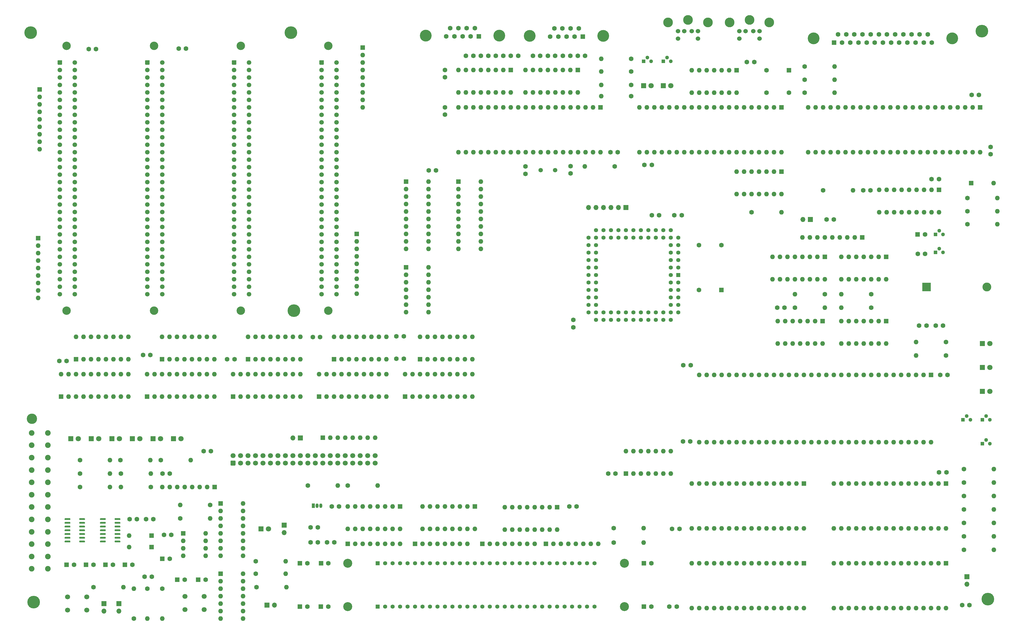
<source format=gts>
G04 #@! TF.GenerationSoftware,KiCad,Pcbnew,(5.1.10)-1*
G04 #@! TF.CreationDate,2021-07-30T10:19:15+01:00*
G04 #@! TF.ProjectId,yddraig68k,79646472-6169-4673-9638-6b2e6b696361,rev?*
G04 #@! TF.SameCoordinates,Original*
G04 #@! TF.FileFunction,Soldermask,Top*
G04 #@! TF.FilePolarity,Negative*
%FSLAX46Y46*%
G04 Gerber Fmt 4.6, Leading zero omitted, Abs format (unit mm)*
G04 Created by KiCad (PCBNEW (5.1.10)-1) date 2021-07-30 10:19:15*
%MOMM*%
%LPD*%
G01*
G04 APERTURE LIST*
%ADD10O,1.600000X1.600000*%
%ADD11R,1.600000X1.600000*%
%ADD12C,3.048000*%
%ADD13C,1.397000*%
%ADD14R,1.397000X1.397000*%
%ADD15C,1.600000*%
%ADD16C,4.300000*%
%ADD17R,3.000000X3.000000*%
%ADD18C,3.000000*%
%ADD19C,1.422400*%
%ADD20R,1.422400X1.422400*%
%ADD21C,2.850000*%
%ADD22C,1.550000*%
%ADD23C,1.500000*%
%ADD24C,1.700000*%
%ADD25R,1.050000X1.500000*%
%ADD26O,1.050000X1.500000*%
%ADD27R,1.300000X1.300000*%
%ADD28C,1.300000*%
%ADD29O,1.700000X1.700000*%
%ADD30R,1.700000X1.700000*%
%ADD31C,4.000000*%
%ADD32C,3.300000*%
%ADD33C,1.524000*%
%ADD34C,3.505200*%
%ADD35C,1.905000*%
%ADD36C,1.800000*%
%ADD37R,1.800000X1.800000*%
G04 APERTURE END LIST*
D10*
X387985000Y-92456000D03*
X329565000Y-77216000D03*
X385445000Y-92456000D03*
X332105000Y-77216000D03*
X382905000Y-92456000D03*
X334645000Y-77216000D03*
X380365000Y-92456000D03*
X337185000Y-77216000D03*
X377825000Y-92456000D03*
X339725000Y-77216000D03*
X375285000Y-92456000D03*
X342265000Y-77216000D03*
X372745000Y-92456000D03*
X344805000Y-77216000D03*
X370205000Y-92456000D03*
X347345000Y-77216000D03*
X367665000Y-92456000D03*
X349885000Y-77216000D03*
X365125000Y-92456000D03*
X352425000Y-77216000D03*
X362585000Y-92456000D03*
X354965000Y-77216000D03*
X360045000Y-92456000D03*
X357505000Y-77216000D03*
X357505000Y-92456000D03*
X360045000Y-77216000D03*
X354965000Y-92456000D03*
X362585000Y-77216000D03*
X352425000Y-92456000D03*
X365125000Y-77216000D03*
X349885000Y-92456000D03*
X367665000Y-77216000D03*
X347345000Y-92456000D03*
X370205000Y-77216000D03*
X344805000Y-92456000D03*
X372745000Y-77216000D03*
X342265000Y-92456000D03*
X375285000Y-77216000D03*
X339725000Y-92456000D03*
X377825000Y-77216000D03*
X337185000Y-92456000D03*
X380365000Y-77216000D03*
X334645000Y-92456000D03*
X382905000Y-77216000D03*
X332105000Y-92456000D03*
X385445000Y-77216000D03*
X329565000Y-92456000D03*
D11*
X387985000Y-77216000D03*
D12*
X173228000Y-232156000D03*
X267208000Y-232156000D03*
D13*
X257048000Y-232156000D03*
X254508000Y-232156000D03*
X251968000Y-232156000D03*
X249428000Y-232156000D03*
X246888000Y-232156000D03*
X244348000Y-232156000D03*
X241808000Y-232156000D03*
X239268000Y-232156000D03*
X236728000Y-232156000D03*
X234188000Y-232156000D03*
X231648000Y-232156000D03*
X229108000Y-232156000D03*
X226568000Y-232156000D03*
X224028000Y-232156000D03*
X221488000Y-232156000D03*
X218948000Y-232156000D03*
X216408000Y-232156000D03*
X213868000Y-232156000D03*
X211328000Y-232156000D03*
X208788000Y-232156000D03*
X206248000Y-232156000D03*
X203708000Y-232156000D03*
X201168000Y-232156000D03*
X198628000Y-232156000D03*
X196088000Y-232156000D03*
X193548000Y-232156000D03*
X191008000Y-232156000D03*
X188468000Y-232156000D03*
X185928000Y-232156000D03*
D14*
X183388000Y-232156000D03*
D15*
X375434000Y-151384000D03*
X372934000Y-151384000D03*
X369784000Y-151384000D03*
X367284000Y-151384000D03*
D10*
X183388000Y-205740000D03*
D15*
X173228000Y-205740000D03*
D10*
X191008000Y-225552000D03*
X188468000Y-225552000D03*
X185928000Y-225552000D03*
X183388000Y-225552000D03*
X180848000Y-225552000D03*
X178308000Y-225552000D03*
X175768000Y-225552000D03*
D11*
X173228000Y-225552000D03*
D10*
X258318000Y-225552000D03*
X255778000Y-225552000D03*
X253238000Y-225552000D03*
X250698000Y-225552000D03*
X248158000Y-225552000D03*
X245618000Y-225552000D03*
X243078000Y-225552000D03*
D11*
X240538000Y-225552000D03*
D10*
X213868000Y-225552000D03*
X211328000Y-225552000D03*
X208788000Y-225552000D03*
X206248000Y-225552000D03*
X203708000Y-225552000D03*
X201168000Y-225552000D03*
X198628000Y-225552000D03*
D11*
X196088000Y-225552000D03*
D10*
X236728000Y-225552000D03*
X234188000Y-225552000D03*
X231648000Y-225552000D03*
X229108000Y-225552000D03*
X226568000Y-225552000D03*
X224028000Y-225552000D03*
X221488000Y-225552000D03*
D11*
X218948000Y-225552000D03*
D10*
X110236000Y-206248000D03*
X112776000Y-206248000D03*
X115316000Y-206248000D03*
X117856000Y-206248000D03*
X120396000Y-206248000D03*
X122936000Y-206248000D03*
X125476000Y-206248000D03*
D11*
X128016000Y-206248000D03*
D10*
X182499000Y-189484000D03*
X179959000Y-189484000D03*
X177419000Y-189484000D03*
X174879000Y-189484000D03*
X172339000Y-189484000D03*
X169799000Y-189484000D03*
X167259000Y-189484000D03*
D11*
X164719000Y-189484000D03*
D15*
X246293000Y-59690000D03*
X248793000Y-59690000D03*
D16*
X153924000Y-51816000D03*
X154940000Y-146304000D03*
X388620000Y-51308000D03*
X390652000Y-244348000D03*
X66548000Y-245364000D03*
X65532000Y-51816000D03*
D10*
X356108000Y-157480000D03*
X340868000Y-149860000D03*
X353568000Y-157480000D03*
X343408000Y-149860000D03*
X351028000Y-157480000D03*
X345948000Y-149860000D03*
X348488000Y-157480000D03*
X348488000Y-149860000D03*
X345948000Y-157480000D03*
X351028000Y-149860000D03*
X343408000Y-157480000D03*
X353568000Y-149860000D03*
X340868000Y-157480000D03*
D11*
X356108000Y-149860000D03*
D10*
X334518000Y-157480000D03*
X319278000Y-149860000D03*
X331978000Y-157480000D03*
X321818000Y-149860000D03*
X329438000Y-157480000D03*
X324358000Y-149860000D03*
X326898000Y-157480000D03*
X326898000Y-149860000D03*
X324358000Y-157480000D03*
X329438000Y-149860000D03*
X321818000Y-157480000D03*
X331978000Y-149860000D03*
X319278000Y-157480000D03*
D11*
X334518000Y-149860000D03*
D10*
X320548000Y-106680000D03*
X305308000Y-99060000D03*
X318008000Y-106680000D03*
X307848000Y-99060000D03*
X315468000Y-106680000D03*
X310388000Y-99060000D03*
X312928000Y-106680000D03*
X312928000Y-99060000D03*
X310388000Y-106680000D03*
X315468000Y-99060000D03*
X307848000Y-106680000D03*
X318008000Y-99060000D03*
X305308000Y-106680000D03*
D11*
X320548000Y-99060000D03*
D10*
X169799000Y-205740000D03*
D15*
X159639000Y-205740000D03*
D17*
X369781000Y-138303000D03*
D18*
X390271000Y-138303000D03*
D10*
X273685000Y-225171000D03*
D15*
X263525000Y-225171000D03*
D19*
X280416000Y-149479000D03*
X277876000Y-149479000D03*
X275336000Y-149479000D03*
X272796000Y-149479000D03*
X270256000Y-149479000D03*
X267716000Y-149479000D03*
X265176000Y-149479000D03*
X262636000Y-149479000D03*
X260096000Y-149479000D03*
X257556000Y-149479000D03*
X280416000Y-146939000D03*
X277876000Y-146939000D03*
X275336000Y-146939000D03*
X272796000Y-146939000D03*
X270256000Y-146939000D03*
X267716000Y-146939000D03*
X265176000Y-146939000D03*
X262636000Y-146939000D03*
X260096000Y-146939000D03*
X257556000Y-146939000D03*
X255016000Y-146939000D03*
X255016000Y-144399000D03*
X255016000Y-141859000D03*
X255016000Y-139319000D03*
X255016000Y-136779000D03*
X255016000Y-134239000D03*
X255016000Y-131699000D03*
X255016000Y-129159000D03*
X255016000Y-126619000D03*
X255016000Y-124079000D03*
X255016000Y-121539000D03*
X257556000Y-144399000D03*
X257556000Y-141859000D03*
X257556000Y-139319000D03*
X257556000Y-136779000D03*
X257556000Y-134239000D03*
X257556000Y-131699000D03*
X257556000Y-129159000D03*
X257556000Y-126619000D03*
X257556000Y-124079000D03*
X257556000Y-121539000D03*
X257556000Y-118999000D03*
X260096000Y-118999000D03*
X262636000Y-118999000D03*
X265176000Y-118999000D03*
X267716000Y-118999000D03*
X270256000Y-118999000D03*
X272796000Y-118999000D03*
X275336000Y-118999000D03*
X277876000Y-118999000D03*
X280416000Y-118999000D03*
X282956000Y-118999000D03*
X260096000Y-121539000D03*
X262636000Y-121539000D03*
X265176000Y-121539000D03*
X267716000Y-121539000D03*
X270256000Y-121539000D03*
X272796000Y-121539000D03*
X275336000Y-121539000D03*
X277876000Y-121539000D03*
X280416000Y-121539000D03*
X282956000Y-121539000D03*
X285496000Y-146939000D03*
X285496000Y-144399000D03*
X285496000Y-141859000D03*
X285496000Y-139319000D03*
X285496000Y-136779000D03*
X285496000Y-121539000D03*
X285496000Y-124079000D03*
X285496000Y-126619000D03*
X285496000Y-129159000D03*
X285496000Y-131699000D03*
D20*
X285496000Y-134239000D03*
D19*
X282956000Y-149479000D03*
X282956000Y-146939000D03*
X282956000Y-144399000D03*
X282956000Y-141859000D03*
X282956000Y-139319000D03*
X282956000Y-136779000D03*
X282956000Y-124079000D03*
X282956000Y-126619000D03*
X282956000Y-129159000D03*
X282956000Y-131699000D03*
X282956000Y-134239000D03*
D10*
X320548000Y-92456000D03*
X272288000Y-77216000D03*
X318008000Y-92456000D03*
X274828000Y-77216000D03*
X315468000Y-92456000D03*
X277368000Y-77216000D03*
X312928000Y-92456000D03*
X279908000Y-77216000D03*
X310388000Y-92456000D03*
X282448000Y-77216000D03*
X307848000Y-92456000D03*
X284988000Y-77216000D03*
X305308000Y-92456000D03*
X287528000Y-77216000D03*
X302768000Y-92456000D03*
X290068000Y-77216000D03*
X300228000Y-92456000D03*
X292608000Y-77216000D03*
X297688000Y-92456000D03*
X295148000Y-77216000D03*
X295148000Y-92456000D03*
X297688000Y-77216000D03*
X292608000Y-92456000D03*
X300228000Y-77216000D03*
X290068000Y-92456000D03*
X302768000Y-77216000D03*
X287528000Y-92456000D03*
X305308000Y-77216000D03*
X284988000Y-92456000D03*
X307848000Y-77216000D03*
X282448000Y-92456000D03*
X310388000Y-77216000D03*
X279908000Y-92456000D03*
X312928000Y-77216000D03*
X277368000Y-92456000D03*
X315468000Y-77216000D03*
X274828000Y-92456000D03*
X318008000Y-77216000D03*
X272288000Y-92456000D03*
D11*
X320548000Y-77216000D03*
D21*
X166578000Y-146346000D03*
X166578000Y-56346000D03*
D22*
X169418000Y-140716000D03*
X169418000Y-138176000D03*
X169418000Y-135636000D03*
X169418000Y-133096000D03*
X169418000Y-130556000D03*
X169418000Y-128016000D03*
X169418000Y-125476000D03*
X169418000Y-122936000D03*
X169418000Y-120396000D03*
X169418000Y-117856000D03*
X169418000Y-115316000D03*
X169418000Y-112776000D03*
X169418000Y-110236000D03*
X169418000Y-107696000D03*
X169418000Y-105156000D03*
X169418000Y-102616000D03*
X169418000Y-100076000D03*
X169418000Y-97536000D03*
X169418000Y-94996000D03*
X169418000Y-92456000D03*
X169418000Y-89916000D03*
X169418000Y-87376000D03*
X169418000Y-84836000D03*
X169418000Y-82296000D03*
X169418000Y-79756000D03*
X169418000Y-77216000D03*
X169418000Y-74676000D03*
X169418000Y-72136000D03*
X169418000Y-69596000D03*
X169418000Y-67056000D03*
X169418000Y-64516000D03*
X169418000Y-61976000D03*
X164338000Y-140716000D03*
X164338000Y-138176000D03*
X164338000Y-135636000D03*
X164338000Y-133096000D03*
X164338000Y-130556000D03*
X164338000Y-128016000D03*
X164338000Y-125476000D03*
X164338000Y-122936000D03*
X164338000Y-120396000D03*
X164338000Y-117856000D03*
X164338000Y-115316000D03*
X164338000Y-112776000D03*
X164338000Y-110236000D03*
X164338000Y-107696000D03*
X164338000Y-105156000D03*
X164338000Y-102616000D03*
X164338000Y-100076000D03*
X164338000Y-97536000D03*
X164338000Y-94996000D03*
X164338000Y-92456000D03*
X164338000Y-89916000D03*
X164338000Y-87376000D03*
X164338000Y-84836000D03*
X164338000Y-82296000D03*
X164338000Y-79756000D03*
X164338000Y-77216000D03*
X164338000Y-74676000D03*
X164338000Y-72136000D03*
X164338000Y-69596000D03*
X164338000Y-67056000D03*
X164338000Y-64516000D03*
G36*
G01*
X163563000Y-62501002D02*
X163563000Y-61450998D01*
G75*
G02*
X163812998Y-61201000I249998J0D01*
G01*
X164863002Y-61201000D01*
G75*
G02*
X165113000Y-61450998I0J-249998D01*
G01*
X165113000Y-62501002D01*
G75*
G02*
X164863002Y-62751000I-249998J0D01*
G01*
X163812998Y-62751000D01*
G75*
G02*
X163563000Y-62501002I0J249998D01*
G01*
G37*
D10*
X328168000Y-247396000D03*
X290068000Y-232156000D03*
X325628000Y-247396000D03*
X292608000Y-232156000D03*
X323088000Y-247396000D03*
X295148000Y-232156000D03*
X320548000Y-247396000D03*
X297688000Y-232156000D03*
X318008000Y-247396000D03*
X300228000Y-232156000D03*
X315468000Y-247396000D03*
X302768000Y-232156000D03*
X312928000Y-247396000D03*
X305308000Y-232156000D03*
X310388000Y-247396000D03*
X307848000Y-232156000D03*
X307848000Y-247396000D03*
X310388000Y-232156000D03*
X305308000Y-247396000D03*
X312928000Y-232156000D03*
X302768000Y-247396000D03*
X315468000Y-232156000D03*
X300228000Y-247396000D03*
X318008000Y-232156000D03*
X297688000Y-247396000D03*
X320548000Y-232156000D03*
X295148000Y-247396000D03*
X323088000Y-232156000D03*
X292608000Y-247396000D03*
X325628000Y-232156000D03*
X290068000Y-247396000D03*
D11*
X328168000Y-232156000D03*
G36*
G01*
X133845000Y-62501002D02*
X133845000Y-61450998D01*
G75*
G02*
X134094998Y-61201000I249998J0D01*
G01*
X135145002Y-61201000D01*
G75*
G02*
X135395000Y-61450998I0J-249998D01*
G01*
X135395000Y-62501002D01*
G75*
G02*
X135145002Y-62751000I-249998J0D01*
G01*
X134094998Y-62751000D01*
G75*
G02*
X133845000Y-62501002I0J249998D01*
G01*
G37*
D22*
X134620000Y-64516000D03*
X134620000Y-67056000D03*
X134620000Y-69596000D03*
X134620000Y-72136000D03*
X134620000Y-74676000D03*
X134620000Y-77216000D03*
X134620000Y-79756000D03*
X134620000Y-82296000D03*
X134620000Y-84836000D03*
X134620000Y-87376000D03*
X134620000Y-89916000D03*
X134620000Y-92456000D03*
X134620000Y-94996000D03*
X134620000Y-97536000D03*
X134620000Y-100076000D03*
X134620000Y-102616000D03*
X134620000Y-105156000D03*
X134620000Y-107696000D03*
X134620000Y-110236000D03*
X134620000Y-112776000D03*
X134620000Y-115316000D03*
X134620000Y-117856000D03*
X134620000Y-120396000D03*
X134620000Y-122936000D03*
X134620000Y-125476000D03*
X134620000Y-128016000D03*
X134620000Y-130556000D03*
X134620000Y-133096000D03*
X134620000Y-135636000D03*
X134620000Y-138176000D03*
X134620000Y-140716000D03*
X139700000Y-61976000D03*
X139700000Y-64516000D03*
X139700000Y-67056000D03*
X139700000Y-69596000D03*
X139700000Y-72136000D03*
X139700000Y-74676000D03*
X139700000Y-77216000D03*
X139700000Y-79756000D03*
X139700000Y-82296000D03*
X139700000Y-84836000D03*
X139700000Y-87376000D03*
X139700000Y-89916000D03*
X139700000Y-92456000D03*
X139700000Y-94996000D03*
X139700000Y-97536000D03*
X139700000Y-100076000D03*
X139700000Y-102616000D03*
X139700000Y-105156000D03*
X139700000Y-107696000D03*
X139700000Y-110236000D03*
X139700000Y-112776000D03*
X139700000Y-115316000D03*
X139700000Y-117856000D03*
X139700000Y-120396000D03*
X139700000Y-122936000D03*
X139700000Y-125476000D03*
X139700000Y-128016000D03*
X139700000Y-130556000D03*
X139700000Y-133096000D03*
X139700000Y-135636000D03*
X139700000Y-138176000D03*
X139700000Y-140716000D03*
D21*
X136860000Y-56346000D03*
X136860000Y-146346000D03*
X107396000Y-146346000D03*
X107396000Y-56346000D03*
D22*
X110236000Y-140716000D03*
X110236000Y-138176000D03*
X110236000Y-135636000D03*
X110236000Y-133096000D03*
X110236000Y-130556000D03*
X110236000Y-128016000D03*
X110236000Y-125476000D03*
X110236000Y-122936000D03*
X110236000Y-120396000D03*
X110236000Y-117856000D03*
X110236000Y-115316000D03*
X110236000Y-112776000D03*
X110236000Y-110236000D03*
X110236000Y-107696000D03*
X110236000Y-105156000D03*
X110236000Y-102616000D03*
X110236000Y-100076000D03*
X110236000Y-97536000D03*
X110236000Y-94996000D03*
X110236000Y-92456000D03*
X110236000Y-89916000D03*
X110236000Y-87376000D03*
X110236000Y-84836000D03*
X110236000Y-82296000D03*
X110236000Y-79756000D03*
X110236000Y-77216000D03*
X110236000Y-74676000D03*
X110236000Y-72136000D03*
X110236000Y-69596000D03*
X110236000Y-67056000D03*
X110236000Y-64516000D03*
X110236000Y-61976000D03*
X105156000Y-140716000D03*
X105156000Y-138176000D03*
X105156000Y-135636000D03*
X105156000Y-133096000D03*
X105156000Y-130556000D03*
X105156000Y-128016000D03*
X105156000Y-125476000D03*
X105156000Y-122936000D03*
X105156000Y-120396000D03*
X105156000Y-117856000D03*
X105156000Y-115316000D03*
X105156000Y-112776000D03*
X105156000Y-110236000D03*
X105156000Y-107696000D03*
X105156000Y-105156000D03*
X105156000Y-102616000D03*
X105156000Y-100076000D03*
X105156000Y-97536000D03*
X105156000Y-94996000D03*
X105156000Y-92456000D03*
X105156000Y-89916000D03*
X105156000Y-87376000D03*
X105156000Y-84836000D03*
X105156000Y-82296000D03*
X105156000Y-79756000D03*
X105156000Y-77216000D03*
X105156000Y-74676000D03*
X105156000Y-72136000D03*
X105156000Y-69596000D03*
X105156000Y-67056000D03*
X105156000Y-64516000D03*
G36*
G01*
X104381000Y-62501002D02*
X104381000Y-61450998D01*
G75*
G02*
X104630998Y-61201000I249998J0D01*
G01*
X105681002Y-61201000D01*
G75*
G02*
X105931000Y-61450998I0J-249998D01*
G01*
X105931000Y-62501002D01*
G75*
G02*
X105681002Y-62751000I-249998J0D01*
G01*
X104630998Y-62751000D01*
G75*
G02*
X104381000Y-62501002I0J249998D01*
G01*
G37*
D10*
X376428000Y-220345000D03*
X338328000Y-205105000D03*
X373888000Y-220345000D03*
X340868000Y-205105000D03*
X371348000Y-220345000D03*
X343408000Y-205105000D03*
X368808000Y-220345000D03*
X345948000Y-205105000D03*
X366268000Y-220345000D03*
X348488000Y-205105000D03*
X363728000Y-220345000D03*
X351028000Y-205105000D03*
X361188000Y-220345000D03*
X353568000Y-205105000D03*
X358648000Y-220345000D03*
X356108000Y-205105000D03*
X356108000Y-220345000D03*
X358648000Y-205105000D03*
X353568000Y-220345000D03*
X361188000Y-205105000D03*
X351028000Y-220345000D03*
X363728000Y-205105000D03*
X348488000Y-220345000D03*
X366268000Y-205105000D03*
X345948000Y-220345000D03*
X368808000Y-205105000D03*
X343408000Y-220345000D03*
X371348000Y-205105000D03*
X340868000Y-220345000D03*
X373888000Y-205105000D03*
X338328000Y-220345000D03*
D11*
X376428000Y-205105000D03*
D10*
X200660000Y-131572000D03*
X193040000Y-146812000D03*
X200660000Y-134112000D03*
X193040000Y-144272000D03*
X200660000Y-136652000D03*
X193040000Y-141732000D03*
X200660000Y-139192000D03*
X193040000Y-139192000D03*
X200660000Y-141732000D03*
X193040000Y-136652000D03*
X200660000Y-144272000D03*
X193040000Y-134112000D03*
X200660000Y-146812000D03*
D11*
X193040000Y-131572000D03*
G36*
G01*
X94018000Y-217320000D02*
X94018000Y-217020000D01*
G75*
G02*
X94168000Y-216870000I150000J0D01*
G01*
X95818000Y-216870000D01*
G75*
G02*
X95968000Y-217020000I0J-150000D01*
G01*
X95968000Y-217320000D01*
G75*
G02*
X95818000Y-217470000I-150000J0D01*
G01*
X94168000Y-217470000D01*
G75*
G02*
X94018000Y-217320000I0J150000D01*
G01*
G37*
G36*
G01*
X94018000Y-218590000D02*
X94018000Y-218290000D01*
G75*
G02*
X94168000Y-218140000I150000J0D01*
G01*
X95818000Y-218140000D01*
G75*
G02*
X95968000Y-218290000I0J-150000D01*
G01*
X95968000Y-218590000D01*
G75*
G02*
X95818000Y-218740000I-150000J0D01*
G01*
X94168000Y-218740000D01*
G75*
G02*
X94018000Y-218590000I0J150000D01*
G01*
G37*
G36*
G01*
X94018000Y-219860000D02*
X94018000Y-219560000D01*
G75*
G02*
X94168000Y-219410000I150000J0D01*
G01*
X95818000Y-219410000D01*
G75*
G02*
X95968000Y-219560000I0J-150000D01*
G01*
X95968000Y-219860000D01*
G75*
G02*
X95818000Y-220010000I-150000J0D01*
G01*
X94168000Y-220010000D01*
G75*
G02*
X94018000Y-219860000I0J150000D01*
G01*
G37*
G36*
G01*
X94018000Y-221130000D02*
X94018000Y-220830000D01*
G75*
G02*
X94168000Y-220680000I150000J0D01*
G01*
X95818000Y-220680000D01*
G75*
G02*
X95968000Y-220830000I0J-150000D01*
G01*
X95968000Y-221130000D01*
G75*
G02*
X95818000Y-221280000I-150000J0D01*
G01*
X94168000Y-221280000D01*
G75*
G02*
X94018000Y-221130000I0J150000D01*
G01*
G37*
G36*
G01*
X94018000Y-222400000D02*
X94018000Y-222100000D01*
G75*
G02*
X94168000Y-221950000I150000J0D01*
G01*
X95818000Y-221950000D01*
G75*
G02*
X95968000Y-222100000I0J-150000D01*
G01*
X95968000Y-222400000D01*
G75*
G02*
X95818000Y-222550000I-150000J0D01*
G01*
X94168000Y-222550000D01*
G75*
G02*
X94018000Y-222400000I0J150000D01*
G01*
G37*
G36*
G01*
X94018000Y-223670000D02*
X94018000Y-223370000D01*
G75*
G02*
X94168000Y-223220000I150000J0D01*
G01*
X95818000Y-223220000D01*
G75*
G02*
X95968000Y-223370000I0J-150000D01*
G01*
X95968000Y-223670000D01*
G75*
G02*
X95818000Y-223820000I-150000J0D01*
G01*
X94168000Y-223820000D01*
G75*
G02*
X94018000Y-223670000I0J150000D01*
G01*
G37*
G36*
G01*
X94018000Y-224940000D02*
X94018000Y-224640000D01*
G75*
G02*
X94168000Y-224490000I150000J0D01*
G01*
X95818000Y-224490000D01*
G75*
G02*
X95968000Y-224640000I0J-150000D01*
G01*
X95968000Y-224940000D01*
G75*
G02*
X95818000Y-225090000I-150000J0D01*
G01*
X94168000Y-225090000D01*
G75*
G02*
X94018000Y-224940000I0J150000D01*
G01*
G37*
G36*
G01*
X89068000Y-224940000D02*
X89068000Y-224640000D01*
G75*
G02*
X89218000Y-224490000I150000J0D01*
G01*
X90868000Y-224490000D01*
G75*
G02*
X91018000Y-224640000I0J-150000D01*
G01*
X91018000Y-224940000D01*
G75*
G02*
X90868000Y-225090000I-150000J0D01*
G01*
X89218000Y-225090000D01*
G75*
G02*
X89068000Y-224940000I0J150000D01*
G01*
G37*
G36*
G01*
X89068000Y-223670000D02*
X89068000Y-223370000D01*
G75*
G02*
X89218000Y-223220000I150000J0D01*
G01*
X90868000Y-223220000D01*
G75*
G02*
X91018000Y-223370000I0J-150000D01*
G01*
X91018000Y-223670000D01*
G75*
G02*
X90868000Y-223820000I-150000J0D01*
G01*
X89218000Y-223820000D01*
G75*
G02*
X89068000Y-223670000I0J150000D01*
G01*
G37*
G36*
G01*
X89068000Y-222400000D02*
X89068000Y-222100000D01*
G75*
G02*
X89218000Y-221950000I150000J0D01*
G01*
X90868000Y-221950000D01*
G75*
G02*
X91018000Y-222100000I0J-150000D01*
G01*
X91018000Y-222400000D01*
G75*
G02*
X90868000Y-222550000I-150000J0D01*
G01*
X89218000Y-222550000D01*
G75*
G02*
X89068000Y-222400000I0J150000D01*
G01*
G37*
G36*
G01*
X89068000Y-221130000D02*
X89068000Y-220830000D01*
G75*
G02*
X89218000Y-220680000I150000J0D01*
G01*
X90868000Y-220680000D01*
G75*
G02*
X91018000Y-220830000I0J-150000D01*
G01*
X91018000Y-221130000D01*
G75*
G02*
X90868000Y-221280000I-150000J0D01*
G01*
X89218000Y-221280000D01*
G75*
G02*
X89068000Y-221130000I0J150000D01*
G01*
G37*
G36*
G01*
X89068000Y-219860000D02*
X89068000Y-219560000D01*
G75*
G02*
X89218000Y-219410000I150000J0D01*
G01*
X90868000Y-219410000D01*
G75*
G02*
X91018000Y-219560000I0J-150000D01*
G01*
X91018000Y-219860000D01*
G75*
G02*
X90868000Y-220010000I-150000J0D01*
G01*
X89218000Y-220010000D01*
G75*
G02*
X89068000Y-219860000I0J150000D01*
G01*
G37*
G36*
G01*
X89068000Y-218590000D02*
X89068000Y-218290000D01*
G75*
G02*
X89218000Y-218140000I150000J0D01*
G01*
X90868000Y-218140000D01*
G75*
G02*
X91018000Y-218290000I0J-150000D01*
G01*
X91018000Y-218590000D01*
G75*
G02*
X90868000Y-218740000I-150000J0D01*
G01*
X89218000Y-218740000D01*
G75*
G02*
X89068000Y-218590000I0J150000D01*
G01*
G37*
G36*
G01*
X89068000Y-217320000D02*
X89068000Y-217020000D01*
G75*
G02*
X89218000Y-216870000I150000J0D01*
G01*
X90868000Y-216870000D01*
G75*
G02*
X91018000Y-217020000I0J-150000D01*
G01*
X91018000Y-217320000D01*
G75*
G02*
X90868000Y-217470000I-150000J0D01*
G01*
X89218000Y-217470000D01*
G75*
G02*
X89068000Y-217320000I0J150000D01*
G01*
G37*
G36*
G01*
X82018000Y-217320000D02*
X82018000Y-217020000D01*
G75*
G02*
X82168000Y-216870000I150000J0D01*
G01*
X83818000Y-216870000D01*
G75*
G02*
X83968000Y-217020000I0J-150000D01*
G01*
X83968000Y-217320000D01*
G75*
G02*
X83818000Y-217470000I-150000J0D01*
G01*
X82168000Y-217470000D01*
G75*
G02*
X82018000Y-217320000I0J150000D01*
G01*
G37*
G36*
G01*
X82018000Y-218590000D02*
X82018000Y-218290000D01*
G75*
G02*
X82168000Y-218140000I150000J0D01*
G01*
X83818000Y-218140000D01*
G75*
G02*
X83968000Y-218290000I0J-150000D01*
G01*
X83968000Y-218590000D01*
G75*
G02*
X83818000Y-218740000I-150000J0D01*
G01*
X82168000Y-218740000D01*
G75*
G02*
X82018000Y-218590000I0J150000D01*
G01*
G37*
G36*
G01*
X82018000Y-219860000D02*
X82018000Y-219560000D01*
G75*
G02*
X82168000Y-219410000I150000J0D01*
G01*
X83818000Y-219410000D01*
G75*
G02*
X83968000Y-219560000I0J-150000D01*
G01*
X83968000Y-219860000D01*
G75*
G02*
X83818000Y-220010000I-150000J0D01*
G01*
X82168000Y-220010000D01*
G75*
G02*
X82018000Y-219860000I0J150000D01*
G01*
G37*
G36*
G01*
X82018000Y-221130000D02*
X82018000Y-220830000D01*
G75*
G02*
X82168000Y-220680000I150000J0D01*
G01*
X83818000Y-220680000D01*
G75*
G02*
X83968000Y-220830000I0J-150000D01*
G01*
X83968000Y-221130000D01*
G75*
G02*
X83818000Y-221280000I-150000J0D01*
G01*
X82168000Y-221280000D01*
G75*
G02*
X82018000Y-221130000I0J150000D01*
G01*
G37*
G36*
G01*
X82018000Y-222400000D02*
X82018000Y-222100000D01*
G75*
G02*
X82168000Y-221950000I150000J0D01*
G01*
X83818000Y-221950000D01*
G75*
G02*
X83968000Y-222100000I0J-150000D01*
G01*
X83968000Y-222400000D01*
G75*
G02*
X83818000Y-222550000I-150000J0D01*
G01*
X82168000Y-222550000D01*
G75*
G02*
X82018000Y-222400000I0J150000D01*
G01*
G37*
G36*
G01*
X82018000Y-223670000D02*
X82018000Y-223370000D01*
G75*
G02*
X82168000Y-223220000I150000J0D01*
G01*
X83818000Y-223220000D01*
G75*
G02*
X83968000Y-223370000I0J-150000D01*
G01*
X83968000Y-223670000D01*
G75*
G02*
X83818000Y-223820000I-150000J0D01*
G01*
X82168000Y-223820000D01*
G75*
G02*
X82018000Y-223670000I0J150000D01*
G01*
G37*
G36*
G01*
X82018000Y-224940000D02*
X82018000Y-224640000D01*
G75*
G02*
X82168000Y-224490000I150000J0D01*
G01*
X83818000Y-224490000D01*
G75*
G02*
X83968000Y-224640000I0J-150000D01*
G01*
X83968000Y-224940000D01*
G75*
G02*
X83818000Y-225090000I-150000J0D01*
G01*
X82168000Y-225090000D01*
G75*
G02*
X82018000Y-224940000I0J150000D01*
G01*
G37*
G36*
G01*
X77068000Y-224940000D02*
X77068000Y-224640000D01*
G75*
G02*
X77218000Y-224490000I150000J0D01*
G01*
X78868000Y-224490000D01*
G75*
G02*
X79018000Y-224640000I0J-150000D01*
G01*
X79018000Y-224940000D01*
G75*
G02*
X78868000Y-225090000I-150000J0D01*
G01*
X77218000Y-225090000D01*
G75*
G02*
X77068000Y-224940000I0J150000D01*
G01*
G37*
G36*
G01*
X77068000Y-223670000D02*
X77068000Y-223370000D01*
G75*
G02*
X77218000Y-223220000I150000J0D01*
G01*
X78868000Y-223220000D01*
G75*
G02*
X79018000Y-223370000I0J-150000D01*
G01*
X79018000Y-223670000D01*
G75*
G02*
X78868000Y-223820000I-150000J0D01*
G01*
X77218000Y-223820000D01*
G75*
G02*
X77068000Y-223670000I0J150000D01*
G01*
G37*
G36*
G01*
X77068000Y-222400000D02*
X77068000Y-222100000D01*
G75*
G02*
X77218000Y-221950000I150000J0D01*
G01*
X78868000Y-221950000D01*
G75*
G02*
X79018000Y-222100000I0J-150000D01*
G01*
X79018000Y-222400000D01*
G75*
G02*
X78868000Y-222550000I-150000J0D01*
G01*
X77218000Y-222550000D01*
G75*
G02*
X77068000Y-222400000I0J150000D01*
G01*
G37*
G36*
G01*
X77068000Y-221130000D02*
X77068000Y-220830000D01*
G75*
G02*
X77218000Y-220680000I150000J0D01*
G01*
X78868000Y-220680000D01*
G75*
G02*
X79018000Y-220830000I0J-150000D01*
G01*
X79018000Y-221130000D01*
G75*
G02*
X78868000Y-221280000I-150000J0D01*
G01*
X77218000Y-221280000D01*
G75*
G02*
X77068000Y-221130000I0J150000D01*
G01*
G37*
G36*
G01*
X77068000Y-219860000D02*
X77068000Y-219560000D01*
G75*
G02*
X77218000Y-219410000I150000J0D01*
G01*
X78868000Y-219410000D01*
G75*
G02*
X79018000Y-219560000I0J-150000D01*
G01*
X79018000Y-219860000D01*
G75*
G02*
X78868000Y-220010000I-150000J0D01*
G01*
X77218000Y-220010000D01*
G75*
G02*
X77068000Y-219860000I0J150000D01*
G01*
G37*
G36*
G01*
X77068000Y-218590000D02*
X77068000Y-218290000D01*
G75*
G02*
X77218000Y-218140000I150000J0D01*
G01*
X78868000Y-218140000D01*
G75*
G02*
X79018000Y-218290000I0J-150000D01*
G01*
X79018000Y-218590000D01*
G75*
G02*
X78868000Y-218740000I-150000J0D01*
G01*
X77218000Y-218740000D01*
G75*
G02*
X77068000Y-218590000I0J150000D01*
G01*
G37*
G36*
G01*
X77068000Y-217320000D02*
X77068000Y-217020000D01*
G75*
G02*
X77218000Y-216870000I150000J0D01*
G01*
X78868000Y-216870000D01*
G75*
G02*
X79018000Y-217020000I0J-150000D01*
G01*
X79018000Y-217320000D01*
G75*
G02*
X78868000Y-217470000I-150000J0D01*
G01*
X77218000Y-217470000D01*
G75*
G02*
X77068000Y-217320000I0J150000D01*
G01*
G37*
D23*
X238760000Y-98552000D03*
X243660000Y-98552000D03*
D15*
X315468000Y-64643000D03*
X315468000Y-72263000D03*
X323088000Y-72263000D03*
D11*
X323088000Y-64643000D03*
D15*
X300101000Y-124079000D03*
X292481000Y-124079000D03*
X292481000Y-139319000D03*
D11*
X300101000Y-139319000D03*
D10*
X200660000Y-102489000D03*
X193040000Y-125349000D03*
X200660000Y-105029000D03*
X193040000Y-122809000D03*
X200660000Y-107569000D03*
X193040000Y-120269000D03*
X200660000Y-110109000D03*
X193040000Y-117729000D03*
X200660000Y-112649000D03*
X193040000Y-115189000D03*
X200660000Y-115189000D03*
X193040000Y-112649000D03*
X200660000Y-117729000D03*
X193040000Y-110109000D03*
X200660000Y-120269000D03*
X193040000Y-107569000D03*
X200660000Y-122809000D03*
X193040000Y-105029000D03*
X200660000Y-125349000D03*
D11*
X193040000Y-102489000D03*
D10*
X192659000Y-167894000D03*
X215519000Y-175514000D03*
X195199000Y-167894000D03*
X212979000Y-175514000D03*
X197739000Y-167894000D03*
X210439000Y-175514000D03*
X200279000Y-167894000D03*
X207899000Y-175514000D03*
X202819000Y-167894000D03*
X205359000Y-175514000D03*
X205359000Y-167894000D03*
X202819000Y-175514000D03*
X207899000Y-167894000D03*
X200279000Y-175514000D03*
X210439000Y-167894000D03*
X197739000Y-175514000D03*
X212979000Y-167894000D03*
X195199000Y-175514000D03*
X215519000Y-167894000D03*
D11*
X192659000Y-175514000D03*
D10*
X163449000Y-167894000D03*
X186309000Y-175514000D03*
X165989000Y-167894000D03*
X183769000Y-175514000D03*
X168529000Y-167894000D03*
X181229000Y-175514000D03*
X171069000Y-167894000D03*
X178689000Y-175514000D03*
X173609000Y-167894000D03*
X176149000Y-175514000D03*
X176149000Y-167894000D03*
X173609000Y-175514000D03*
X178689000Y-167894000D03*
X171069000Y-175514000D03*
X181229000Y-167894000D03*
X168529000Y-175514000D03*
X183769000Y-167894000D03*
X165989000Y-175514000D03*
X186309000Y-167894000D03*
D11*
X163449000Y-175514000D03*
D10*
X218440000Y-102489000D03*
X210820000Y-125349000D03*
X218440000Y-105029000D03*
X210820000Y-122809000D03*
X218440000Y-107569000D03*
X210820000Y-120269000D03*
X218440000Y-110109000D03*
X210820000Y-117729000D03*
X218440000Y-112649000D03*
X210820000Y-115189000D03*
X218440000Y-115189000D03*
X210820000Y-112649000D03*
X218440000Y-117729000D03*
X210820000Y-110109000D03*
X218440000Y-120269000D03*
X210820000Y-107569000D03*
X218440000Y-122809000D03*
X210820000Y-105029000D03*
X218440000Y-125349000D03*
D11*
X210820000Y-102489000D03*
D10*
X134239000Y-167894000D03*
X157099000Y-175514000D03*
X136779000Y-167894000D03*
X154559000Y-175514000D03*
X139319000Y-167894000D03*
X152019000Y-175514000D03*
X141859000Y-167894000D03*
X149479000Y-175514000D03*
X144399000Y-167894000D03*
X146939000Y-175514000D03*
X146939000Y-167894000D03*
X144399000Y-175514000D03*
X149479000Y-167894000D03*
X141859000Y-175514000D03*
X152019000Y-167894000D03*
X139319000Y-175514000D03*
X154559000Y-167894000D03*
X136779000Y-175514000D03*
X157099000Y-167894000D03*
D11*
X134239000Y-175514000D03*
D10*
X105029000Y-167894000D03*
X127889000Y-175514000D03*
X107569000Y-167894000D03*
X125349000Y-175514000D03*
X110109000Y-167894000D03*
X122809000Y-175514000D03*
X112649000Y-167894000D03*
X120269000Y-175514000D03*
X115189000Y-167894000D03*
X117729000Y-175514000D03*
X117729000Y-167894000D03*
X115189000Y-175514000D03*
X120269000Y-167894000D03*
X112649000Y-175514000D03*
X122809000Y-167894000D03*
X110109000Y-175514000D03*
X125349000Y-167894000D03*
X107569000Y-175514000D03*
X127889000Y-167894000D03*
D11*
X105029000Y-175514000D03*
D10*
X75819000Y-167894000D03*
X98679000Y-175514000D03*
X78359000Y-167894000D03*
X96139000Y-175514000D03*
X80899000Y-167894000D03*
X93599000Y-175514000D03*
X83439000Y-167894000D03*
X91059000Y-175514000D03*
X85979000Y-167894000D03*
X88519000Y-175514000D03*
X88519000Y-167894000D03*
X85979000Y-175514000D03*
X91059000Y-167894000D03*
X83439000Y-175514000D03*
X93599000Y-167894000D03*
X80899000Y-175514000D03*
X96139000Y-167894000D03*
X78359000Y-175514000D03*
X98679000Y-167894000D03*
D11*
X75819000Y-175514000D03*
D10*
X244348000Y-220726000D03*
X226568000Y-213106000D03*
X241808000Y-220726000D03*
X229108000Y-213106000D03*
X239268000Y-220726000D03*
X231648000Y-213106000D03*
X236728000Y-220726000D03*
X234188000Y-213106000D03*
X234188000Y-220726000D03*
X236728000Y-213106000D03*
X231648000Y-220726000D03*
X239268000Y-213106000D03*
X229108000Y-220726000D03*
X241808000Y-213106000D03*
X226568000Y-220726000D03*
D11*
X244348000Y-213106000D03*
D10*
X216408000Y-220472000D03*
X198628000Y-212852000D03*
X213868000Y-220472000D03*
X201168000Y-212852000D03*
X211328000Y-220472000D03*
X203708000Y-212852000D03*
X208788000Y-220472000D03*
X206248000Y-212852000D03*
X206248000Y-220472000D03*
X208788000Y-212852000D03*
X203708000Y-220472000D03*
X211328000Y-212852000D03*
X201168000Y-220472000D03*
X213868000Y-212852000D03*
X198628000Y-220472000D03*
D11*
X216408000Y-212852000D03*
D10*
X191008000Y-220472000D03*
X173228000Y-212852000D03*
X188468000Y-220472000D03*
X175768000Y-212852000D03*
X185928000Y-220472000D03*
X178308000Y-212852000D03*
X183388000Y-220472000D03*
X180848000Y-212852000D03*
X180848000Y-220472000D03*
X183388000Y-212852000D03*
X178308000Y-220472000D03*
X185928000Y-212852000D03*
X175768000Y-220472000D03*
X188468000Y-212852000D03*
X173228000Y-220472000D03*
D11*
X191008000Y-212852000D03*
D10*
X137668000Y-211836000D03*
X130048000Y-229616000D03*
X137668000Y-214376000D03*
X130048000Y-227076000D03*
X137668000Y-216916000D03*
X130048000Y-224536000D03*
X137668000Y-219456000D03*
X130048000Y-221996000D03*
X137668000Y-221996000D03*
X130048000Y-219456000D03*
X137668000Y-224536000D03*
X130048000Y-216916000D03*
X137668000Y-227076000D03*
X130048000Y-214376000D03*
X137668000Y-229616000D03*
D11*
X130048000Y-211836000D03*
X374015000Y-105283000D03*
D10*
X353695000Y-112903000D03*
X371475000Y-105283000D03*
X356235000Y-112903000D03*
X368935000Y-105283000D03*
X358775000Y-112903000D03*
X366395000Y-105283000D03*
X361315000Y-112903000D03*
X363855000Y-105283000D03*
X363855000Y-112903000D03*
X361315000Y-105283000D03*
X366395000Y-112903000D03*
X358775000Y-105283000D03*
X368935000Y-112903000D03*
X356235000Y-105283000D03*
X371475000Y-112903000D03*
X353695000Y-105283000D03*
X374015000Y-112903000D03*
X251333000Y-72136000D03*
X233553000Y-64516000D03*
X248793000Y-72136000D03*
X236093000Y-64516000D03*
X246253000Y-72136000D03*
X238633000Y-64516000D03*
X243713000Y-72136000D03*
X241173000Y-64516000D03*
X241173000Y-72136000D03*
X243713000Y-64516000D03*
X238633000Y-72136000D03*
X246253000Y-64516000D03*
X236093000Y-72136000D03*
X248793000Y-64516000D03*
X233553000Y-72136000D03*
D11*
X251333000Y-64516000D03*
D10*
X228600000Y-72136000D03*
X210820000Y-64516000D03*
X226060000Y-72136000D03*
X213360000Y-64516000D03*
X223520000Y-72136000D03*
X215900000Y-64516000D03*
X220980000Y-72136000D03*
X218440000Y-64516000D03*
X218440000Y-72136000D03*
X220980000Y-64516000D03*
X215900000Y-72136000D03*
X223520000Y-64516000D03*
X213360000Y-72136000D03*
X226060000Y-64516000D03*
X210820000Y-72136000D03*
D11*
X228600000Y-64516000D03*
D10*
X305308000Y-72263000D03*
X290068000Y-64643000D03*
X302768000Y-72263000D03*
X292608000Y-64643000D03*
X300228000Y-72263000D03*
X295148000Y-64643000D03*
X297688000Y-72263000D03*
X297688000Y-64643000D03*
X295148000Y-72263000D03*
X300228000Y-64643000D03*
X292608000Y-72263000D03*
X302768000Y-64643000D03*
X290068000Y-72263000D03*
D11*
X305308000Y-64643000D03*
D10*
X259080000Y-92456000D03*
X210820000Y-77216000D03*
X256540000Y-92456000D03*
X213360000Y-77216000D03*
X254000000Y-92456000D03*
X215900000Y-77216000D03*
X251460000Y-92456000D03*
X218440000Y-77216000D03*
X248920000Y-92456000D03*
X220980000Y-77216000D03*
X246380000Y-92456000D03*
X223520000Y-77216000D03*
X243840000Y-92456000D03*
X226060000Y-77216000D03*
X241300000Y-92456000D03*
X228600000Y-77216000D03*
X238760000Y-92456000D03*
X231140000Y-77216000D03*
X236220000Y-92456000D03*
X233680000Y-77216000D03*
X233680000Y-92456000D03*
X236220000Y-77216000D03*
X231140000Y-92456000D03*
X238760000Y-77216000D03*
X228600000Y-92456000D03*
X241300000Y-77216000D03*
X226060000Y-92456000D03*
X243840000Y-77216000D03*
X223520000Y-92456000D03*
X246380000Y-77216000D03*
X220980000Y-92456000D03*
X248920000Y-77216000D03*
X218440000Y-92456000D03*
X251460000Y-77216000D03*
X215900000Y-92456000D03*
X254000000Y-77216000D03*
X213360000Y-92456000D03*
X256540000Y-77216000D03*
X210820000Y-92456000D03*
D11*
X259080000Y-77216000D03*
D10*
X335280000Y-135636000D03*
X317500000Y-128016000D03*
X332740000Y-135636000D03*
X320040000Y-128016000D03*
X330200000Y-135636000D03*
X322580000Y-128016000D03*
X327660000Y-135636000D03*
X325120000Y-128016000D03*
X325120000Y-135636000D03*
X327660000Y-128016000D03*
X322580000Y-135636000D03*
X330200000Y-128016000D03*
X320040000Y-135636000D03*
X332740000Y-128016000D03*
X317500000Y-135636000D03*
D11*
X335280000Y-128016000D03*
D10*
X356108000Y-135636000D03*
X340868000Y-128016000D03*
X353568000Y-135636000D03*
X343408000Y-128016000D03*
X351028000Y-135636000D03*
X345948000Y-128016000D03*
X348488000Y-135636000D03*
X348488000Y-128016000D03*
X345948000Y-135636000D03*
X351028000Y-128016000D03*
X343408000Y-135636000D03*
X353568000Y-128016000D03*
X340868000Y-135636000D03*
D11*
X356108000Y-128016000D03*
D10*
X328168000Y-220345000D03*
X290068000Y-205105000D03*
X325628000Y-220345000D03*
X292608000Y-205105000D03*
X323088000Y-220345000D03*
X295148000Y-205105000D03*
X320548000Y-220345000D03*
X297688000Y-205105000D03*
X318008000Y-220345000D03*
X300228000Y-205105000D03*
X315468000Y-220345000D03*
X302768000Y-205105000D03*
X312928000Y-220345000D03*
X305308000Y-205105000D03*
X310388000Y-220345000D03*
X307848000Y-205105000D03*
X307848000Y-220345000D03*
X310388000Y-205105000D03*
X305308000Y-220345000D03*
X312928000Y-205105000D03*
X302768000Y-220345000D03*
X315468000Y-205105000D03*
X300228000Y-220345000D03*
X318008000Y-205105000D03*
X297688000Y-220345000D03*
X320548000Y-205105000D03*
X295148000Y-220345000D03*
X323088000Y-205105000D03*
X292608000Y-220345000D03*
X325628000Y-205105000D03*
X290068000Y-220345000D03*
D11*
X328168000Y-205105000D03*
D10*
X376428000Y-247396000D03*
X338328000Y-232156000D03*
X373888000Y-247396000D03*
X340868000Y-232156000D03*
X371348000Y-247396000D03*
X343408000Y-232156000D03*
X368808000Y-247396000D03*
X345948000Y-232156000D03*
X366268000Y-247396000D03*
X348488000Y-232156000D03*
X363728000Y-247396000D03*
X351028000Y-232156000D03*
X361188000Y-247396000D03*
X353568000Y-232156000D03*
X358648000Y-247396000D03*
X356108000Y-232156000D03*
X356108000Y-247396000D03*
X358648000Y-232156000D03*
X353568000Y-247396000D03*
X361188000Y-232156000D03*
X351028000Y-247396000D03*
X363728000Y-232156000D03*
X348488000Y-247396000D03*
X366268000Y-232156000D03*
X345948000Y-247396000D03*
X368808000Y-232156000D03*
X343408000Y-247396000D03*
X371348000Y-232156000D03*
X340868000Y-247396000D03*
X373888000Y-232156000D03*
X338328000Y-247396000D03*
D11*
X376428000Y-232156000D03*
D10*
X267716000Y-194056000D03*
X282956000Y-201676000D03*
X270256000Y-194056000D03*
X280416000Y-201676000D03*
X272796000Y-194056000D03*
X277876000Y-201676000D03*
X275336000Y-194056000D03*
X275336000Y-201676000D03*
X277876000Y-194056000D03*
X272796000Y-201676000D03*
X280416000Y-194056000D03*
X270256000Y-201676000D03*
X282956000Y-194056000D03*
D11*
X267716000Y-201676000D03*
D10*
X371348000Y-191008000D03*
X292608000Y-168148000D03*
X368808000Y-191008000D03*
X295148000Y-168148000D03*
X366268000Y-191008000D03*
X297688000Y-168148000D03*
X363728000Y-191008000D03*
X300228000Y-168148000D03*
X361188000Y-191008000D03*
X302768000Y-168148000D03*
X358648000Y-191008000D03*
X305308000Y-168148000D03*
X356108000Y-191008000D03*
X307848000Y-168148000D03*
X353568000Y-191008000D03*
X310388000Y-168148000D03*
X351028000Y-191008000D03*
X312928000Y-168148000D03*
X348488000Y-191008000D03*
X315468000Y-168148000D03*
X345948000Y-191008000D03*
X318008000Y-168148000D03*
X343408000Y-191008000D03*
X320548000Y-168148000D03*
X340868000Y-191008000D03*
X323088000Y-168148000D03*
X338328000Y-191008000D03*
X325628000Y-168148000D03*
X335788000Y-191008000D03*
X328168000Y-168148000D03*
X333248000Y-191008000D03*
X330708000Y-168148000D03*
X330708000Y-191008000D03*
X333248000Y-168148000D03*
X328168000Y-191008000D03*
X335788000Y-168148000D03*
X325628000Y-191008000D03*
X338328000Y-168148000D03*
X323088000Y-191008000D03*
X340868000Y-168148000D03*
X320548000Y-191008000D03*
X343408000Y-168148000D03*
X318008000Y-191008000D03*
X345948000Y-168148000D03*
X315468000Y-191008000D03*
X348488000Y-168148000D03*
X312928000Y-191008000D03*
X351028000Y-168148000D03*
X310388000Y-191008000D03*
X353568000Y-168148000D03*
X307848000Y-191008000D03*
X356108000Y-168148000D03*
X305308000Y-191008000D03*
X358648000Y-168148000D03*
X302768000Y-191008000D03*
X361188000Y-168148000D03*
X300228000Y-191008000D03*
X363728000Y-168148000D03*
X297688000Y-191008000D03*
X366268000Y-168148000D03*
X295148000Y-191008000D03*
X368808000Y-168148000D03*
X292608000Y-191008000D03*
D11*
X371348000Y-168148000D03*
D10*
X124968000Y-221996000D03*
X117348000Y-229616000D03*
X124968000Y-224536000D03*
X117348000Y-227076000D03*
X124968000Y-227076000D03*
X117348000Y-224536000D03*
X124968000Y-229616000D03*
D11*
X117348000Y-221996000D03*
D10*
X137668000Y-235712000D03*
X130048000Y-250952000D03*
X137668000Y-238252000D03*
X130048000Y-248412000D03*
X137668000Y-240792000D03*
X130048000Y-245872000D03*
X137668000Y-243332000D03*
X130048000Y-243332000D03*
X137668000Y-245872000D03*
X130048000Y-240792000D03*
X137668000Y-248412000D03*
X130048000Y-238252000D03*
X137668000Y-250952000D03*
D11*
X130048000Y-235712000D03*
D24*
X117960000Y-243404000D03*
X124460000Y-243404000D03*
X117960000Y-247904000D03*
X124460000Y-247904000D03*
X78082000Y-243586000D03*
X84582000Y-243586000D03*
X78082000Y-248086000D03*
X84582000Y-248086000D03*
D10*
X68580000Y-91440000D03*
X68580000Y-88900000D03*
X68580000Y-86360000D03*
X68580000Y-83820000D03*
X68580000Y-81280000D03*
X68580000Y-78740000D03*
X68580000Y-76200000D03*
X68580000Y-73660000D03*
D11*
X68580000Y-71120000D03*
D10*
X178308000Y-77216000D03*
X178308000Y-74676000D03*
X178308000Y-72136000D03*
X178308000Y-69596000D03*
X178308000Y-67056000D03*
X178308000Y-64516000D03*
X178308000Y-61976000D03*
X178308000Y-59436000D03*
D11*
X178308000Y-56896000D03*
D10*
X197739000Y-155194000D03*
X215519000Y-162814000D03*
X200279000Y-155194000D03*
X212979000Y-162814000D03*
X202819000Y-155194000D03*
X210439000Y-162814000D03*
X205359000Y-155194000D03*
X207899000Y-162814000D03*
X207899000Y-155194000D03*
X205359000Y-162814000D03*
X210439000Y-155194000D03*
X202819000Y-162814000D03*
X212979000Y-155194000D03*
X200279000Y-162814000D03*
X215519000Y-155194000D03*
D11*
X197739000Y-162814000D03*
D10*
X168529000Y-155194000D03*
X186309000Y-162814000D03*
X171069000Y-155194000D03*
X183769000Y-162814000D03*
X173609000Y-155194000D03*
X181229000Y-162814000D03*
X176149000Y-155194000D03*
X178689000Y-162814000D03*
X178689000Y-155194000D03*
X176149000Y-162814000D03*
X181229000Y-155194000D03*
X173609000Y-162814000D03*
X183769000Y-155194000D03*
X171069000Y-162814000D03*
X186309000Y-155194000D03*
D11*
X168529000Y-162814000D03*
D10*
X139319000Y-155194000D03*
X157099000Y-162814000D03*
X141859000Y-155194000D03*
X154559000Y-162814000D03*
X144399000Y-155194000D03*
X152019000Y-162814000D03*
X146939000Y-155194000D03*
X149479000Y-162814000D03*
X149479000Y-155194000D03*
X146939000Y-162814000D03*
X152019000Y-155194000D03*
X144399000Y-162814000D03*
X154559000Y-155194000D03*
X141859000Y-162814000D03*
X157099000Y-155194000D03*
D11*
X139319000Y-162814000D03*
D10*
X110109000Y-155194000D03*
X127889000Y-162814000D03*
X112649000Y-155194000D03*
X125349000Y-162814000D03*
X115189000Y-155194000D03*
X122809000Y-162814000D03*
X117729000Y-155194000D03*
X120269000Y-162814000D03*
X120269000Y-155194000D03*
X117729000Y-162814000D03*
X122809000Y-155194000D03*
X115189000Y-162814000D03*
X125349000Y-155194000D03*
X112649000Y-162814000D03*
X127889000Y-155194000D03*
D11*
X110109000Y-162814000D03*
D10*
X80899000Y-155194000D03*
X98679000Y-162814000D03*
X83439000Y-155194000D03*
X96139000Y-162814000D03*
X85979000Y-155194000D03*
X93599000Y-162814000D03*
X88519000Y-155194000D03*
X91059000Y-162814000D03*
X91059000Y-155194000D03*
X88519000Y-162814000D03*
X93599000Y-155194000D03*
X85979000Y-162814000D03*
X96139000Y-155194000D03*
X83439000Y-162814000D03*
X98679000Y-155194000D03*
D11*
X80899000Y-162814000D03*
D10*
X176276000Y-140589000D03*
X176276000Y-138049000D03*
X176276000Y-135509000D03*
X176276000Y-132969000D03*
X176276000Y-130429000D03*
X176276000Y-127889000D03*
X176276000Y-125349000D03*
X176276000Y-122809000D03*
D11*
X176276000Y-120269000D03*
D10*
X68072000Y-141986000D03*
X68072000Y-139446000D03*
X68072000Y-136906000D03*
X68072000Y-134366000D03*
X68072000Y-131826000D03*
X68072000Y-129286000D03*
X68072000Y-126746000D03*
X68072000Y-124206000D03*
D11*
X68072000Y-121666000D03*
D10*
X327660000Y-121412000D03*
X330200000Y-121412000D03*
X332740000Y-121412000D03*
X335280000Y-121412000D03*
X337820000Y-121412000D03*
X340360000Y-121412000D03*
X342900000Y-121412000D03*
X345440000Y-121412000D03*
D11*
X347980000Y-121412000D03*
D10*
X273685000Y-220218000D03*
D15*
X263525000Y-220218000D03*
D10*
X152400000Y-240284000D03*
D15*
X142240000Y-240284000D03*
D10*
X152146000Y-235712000D03*
D15*
X141986000Y-235712000D03*
D10*
X152146000Y-231521000D03*
D15*
X141986000Y-231521000D03*
D10*
X393827000Y-116967000D03*
D15*
X383667000Y-116967000D03*
D10*
X393827000Y-108077000D03*
D15*
X383667000Y-108077000D03*
D10*
X393827000Y-112522000D03*
D15*
X383667000Y-112522000D03*
D10*
X338582000Y-63373000D03*
D15*
X328422000Y-63373000D03*
D10*
X259334000Y-69596000D03*
D15*
X269494000Y-69596000D03*
D10*
X259334000Y-60706000D03*
D15*
X269494000Y-60706000D03*
D10*
X259334000Y-73406000D03*
D15*
X269494000Y-73406000D03*
D10*
X259334000Y-65024000D03*
D15*
X269494000Y-65024000D03*
D10*
X338582000Y-72263000D03*
D15*
X328422000Y-72263000D03*
D10*
X338582000Y-67818000D03*
D15*
X328422000Y-67818000D03*
D10*
X253746000Y-97282000D03*
D15*
X263906000Y-97282000D03*
D10*
X320548000Y-112903000D03*
D15*
X310388000Y-112903000D03*
D10*
X392684000Y-218440000D03*
D15*
X382524000Y-218440000D03*
D10*
X392684000Y-223012000D03*
D15*
X382524000Y-223012000D03*
D10*
X392684000Y-227584000D03*
D15*
X382524000Y-227584000D03*
D10*
X392684000Y-209296000D03*
D15*
X382524000Y-209296000D03*
D10*
X392684000Y-213868000D03*
D15*
X382524000Y-213868000D03*
D10*
X392684000Y-204724000D03*
D15*
X382524000Y-204724000D03*
D10*
X392684000Y-200152000D03*
D15*
X382524000Y-200152000D03*
D10*
X344805000Y-105410000D03*
D15*
X334645000Y-105410000D03*
D10*
X126492000Y-216916000D03*
D15*
X116332000Y-216916000D03*
D10*
X116332000Y-212344000D03*
D15*
X126492000Y-212344000D03*
D10*
X366268000Y-161544000D03*
D15*
X376428000Y-161544000D03*
D10*
X110236000Y-250952000D03*
D15*
X110236000Y-240792000D03*
D10*
X366268000Y-156972000D03*
D15*
X376428000Y-156972000D03*
D10*
X335280000Y-145288000D03*
D15*
X325120000Y-145288000D03*
D10*
X340868000Y-145288000D03*
D15*
X351028000Y-145288000D03*
D10*
X325120000Y-140716000D03*
D15*
X335280000Y-140716000D03*
D10*
X340868000Y-140716000D03*
D15*
X351028000Y-140716000D03*
D10*
X100584000Y-240792000D03*
D15*
X100584000Y-250952000D03*
D10*
X119888000Y-197104000D03*
D15*
X109728000Y-197104000D03*
D10*
X96139000Y-206248000D03*
D15*
X106299000Y-206248000D03*
D10*
X106299000Y-201676000D03*
D15*
X96139000Y-201676000D03*
D10*
X106172000Y-197104000D03*
D15*
X96012000Y-197104000D03*
D10*
X92456000Y-206248000D03*
D15*
X82296000Y-206248000D03*
D10*
X92456000Y-201676000D03*
D15*
X82296000Y-201676000D03*
D10*
X92456000Y-197104000D03*
D15*
X82296000Y-197104000D03*
D10*
X105156000Y-250952000D03*
D15*
X105156000Y-240792000D03*
D10*
X97028000Y-240284000D03*
D15*
X86868000Y-240284000D03*
D25*
X161544000Y-212598000D03*
D26*
X164084000Y-212598000D03*
X162814000Y-212598000D03*
D27*
X372872000Y-120396000D03*
D28*
X375412000Y-120396000D03*
X374142000Y-119126000D03*
D27*
X372872000Y-126492000D03*
D28*
X375412000Y-126492000D03*
X374142000Y-125222000D03*
D27*
X273685000Y-61595000D03*
D28*
X276225000Y-61595000D03*
X274955000Y-60325000D03*
D27*
X280416000Y-61595000D03*
D28*
X282956000Y-61595000D03*
X281686000Y-60325000D03*
D27*
X388747000Y-183388000D03*
D28*
X391287000Y-183388000D03*
X390017000Y-182118000D03*
D27*
X388747000Y-191516000D03*
D28*
X391287000Y-191516000D03*
X390017000Y-190246000D03*
D27*
X382143000Y-183388000D03*
D28*
X384683000Y-183388000D03*
X383413000Y-182118000D03*
D12*
X173228000Y-246888000D03*
X267208000Y-246888000D03*
D13*
X257048000Y-246888000D03*
X254508000Y-246888000D03*
X251968000Y-246888000D03*
X249428000Y-246888000D03*
X246888000Y-246888000D03*
X244348000Y-246888000D03*
X241808000Y-246888000D03*
X239268000Y-246888000D03*
X236728000Y-246888000D03*
X234188000Y-246888000D03*
X231648000Y-246888000D03*
X229108000Y-246888000D03*
X226568000Y-246888000D03*
X224028000Y-246888000D03*
X221488000Y-246888000D03*
X218948000Y-246888000D03*
X216408000Y-246888000D03*
X213868000Y-246888000D03*
X211328000Y-246888000D03*
X208788000Y-246888000D03*
X206248000Y-246888000D03*
X203708000Y-246888000D03*
X201168000Y-246888000D03*
X198628000Y-246888000D03*
X196088000Y-246888000D03*
X193548000Y-246888000D03*
X191008000Y-246888000D03*
X188468000Y-246888000D03*
X185928000Y-246888000D03*
D14*
X183388000Y-246888000D03*
D24*
X182499000Y-195580000D03*
X179959000Y-195580000D03*
X177419000Y-195580000D03*
X174879000Y-195580000D03*
X172339000Y-195580000D03*
X169799000Y-195580000D03*
X167259000Y-195580000D03*
X164719000Y-195580000D03*
X162179000Y-195580000D03*
X159639000Y-195580000D03*
X157099000Y-195580000D03*
X154559000Y-195580000D03*
X152019000Y-195580000D03*
X149479000Y-195580000D03*
X146939000Y-195580000D03*
X144399000Y-195580000D03*
X141859000Y-195580000D03*
X139319000Y-195580000D03*
X136779000Y-195580000D03*
X134239000Y-195580000D03*
X182499000Y-198120000D03*
X179959000Y-198120000D03*
X177419000Y-198120000D03*
X174879000Y-198120000D03*
X172339000Y-198120000D03*
X169799000Y-198120000D03*
X167259000Y-198120000D03*
X164719000Y-198120000D03*
X162179000Y-198120000D03*
X159639000Y-198120000D03*
X157099000Y-198120000D03*
X154559000Y-198120000D03*
X152019000Y-198120000D03*
X149479000Y-198120000D03*
X146939000Y-198120000D03*
X144399000Y-198120000D03*
X141859000Y-198120000D03*
X139319000Y-198120000D03*
X136779000Y-198120000D03*
G36*
G01*
X134839000Y-198970000D02*
X133639000Y-198970000D01*
G75*
G02*
X133389000Y-198720000I0J250000D01*
G01*
X133389000Y-197520000D01*
G75*
G02*
X133639000Y-197270000I250000J0D01*
G01*
X134839000Y-197270000D01*
G75*
G02*
X135089000Y-197520000I0J-250000D01*
G01*
X135089000Y-198720000D01*
G75*
G02*
X134839000Y-198970000I-250000J0D01*
G01*
G37*
D29*
X154559000Y-189611000D03*
D30*
X157099000Y-189611000D03*
D29*
X151638000Y-221742000D03*
D30*
X151638000Y-219202000D03*
D31*
X331439000Y-53825000D03*
X378539000Y-53825000D03*
D15*
X370224000Y-52405000D03*
X367454000Y-52405000D03*
X364684000Y-52405000D03*
X361914000Y-52405000D03*
X359144000Y-52405000D03*
X356374000Y-52405000D03*
X353604000Y-52405000D03*
X350834000Y-52405000D03*
X348064000Y-52405000D03*
X345294000Y-52405000D03*
X342524000Y-52405000D03*
X339754000Y-52405000D03*
X371609000Y-55245000D03*
X368839000Y-55245000D03*
X366069000Y-55245000D03*
X363299000Y-55245000D03*
X360529000Y-55245000D03*
X357759000Y-55245000D03*
X354989000Y-55245000D03*
X352219000Y-55245000D03*
X349449000Y-55245000D03*
X346679000Y-55245000D03*
X343909000Y-55245000D03*
X341139000Y-55245000D03*
D11*
X338369000Y-55245000D03*
D31*
X235023000Y-52913000D03*
X260023000Y-52913000D03*
D15*
X243368000Y-50373000D03*
X246138000Y-50373000D03*
X248908000Y-50373000D03*
X251678000Y-50373000D03*
X241983000Y-53213000D03*
X244753000Y-53213000D03*
X247523000Y-53213000D03*
X250293000Y-53213000D03*
D11*
X253063000Y-53213000D03*
D31*
X199705000Y-52832000D03*
X224705000Y-52832000D03*
D15*
X208050000Y-50292000D03*
X210820000Y-50292000D03*
X213590000Y-50292000D03*
X216360000Y-50292000D03*
X206665000Y-53132000D03*
X209435000Y-53132000D03*
X212205000Y-53132000D03*
X214975000Y-53132000D03*
D11*
X217745000Y-53132000D03*
D32*
X309656000Y-47548000D03*
D33*
X308356000Y-51348000D03*
X310956000Y-51348000D03*
X306256000Y-53848000D03*
X306256000Y-51348000D03*
X313056000Y-53848000D03*
X313056000Y-51348000D03*
D32*
X316406000Y-48348000D03*
X302906000Y-48348000D03*
X288769000Y-47548000D03*
D33*
X287469000Y-51348000D03*
X290069000Y-51348000D03*
X285369000Y-53848000D03*
X285369000Y-51348000D03*
X292169000Y-53848000D03*
X292169000Y-51348000D03*
D32*
X295519000Y-48348000D03*
X282019000Y-48348000D03*
D29*
X255016000Y-111252000D03*
X257556000Y-111252000D03*
X260096000Y-111252000D03*
X262636000Y-111252000D03*
X265176000Y-111252000D03*
D30*
X267716000Y-111252000D03*
D29*
X383540000Y-239268000D03*
D30*
X383540000Y-236728000D03*
D29*
X327787000Y-115316000D03*
D30*
X330327000Y-115316000D03*
D29*
X148336000Y-246380000D03*
D30*
X145796000Y-246380000D03*
D29*
X95504000Y-248412000D03*
D30*
X95504000Y-245872000D03*
D29*
X90424000Y-248412000D03*
D30*
X90424000Y-245872000D03*
D34*
X65976500Y-183106505D03*
D35*
X65874001Y-234069999D03*
X65874001Y-229870000D03*
X65874001Y-225670001D03*
X65874001Y-221470002D03*
X65874001Y-217270002D03*
X65874001Y-213070003D03*
X65874001Y-208870004D03*
X65874001Y-204670005D03*
X65874001Y-200470005D03*
X65874001Y-196270006D03*
X65874001Y-192070007D03*
X65874001Y-187870008D03*
X71374000Y-234069999D03*
X71374000Y-229870000D03*
X71374000Y-225670001D03*
X71374000Y-221470002D03*
X71374000Y-217270002D03*
X71374000Y-213070003D03*
X71374000Y-208870004D03*
X71374000Y-204670005D03*
X71374000Y-200470005D03*
X71374000Y-196270006D03*
X71374000Y-192070007D03*
X71374000Y-187870008D03*
D21*
X77678000Y-146346000D03*
X77678000Y-56346000D03*
D22*
X80518000Y-140716000D03*
X80518000Y-138176000D03*
X80518000Y-135636000D03*
X80518000Y-133096000D03*
X80518000Y-130556000D03*
X80518000Y-128016000D03*
X80518000Y-125476000D03*
X80518000Y-122936000D03*
X80518000Y-120396000D03*
X80518000Y-117856000D03*
X80518000Y-115316000D03*
X80518000Y-112776000D03*
X80518000Y-110236000D03*
X80518000Y-107696000D03*
X80518000Y-105156000D03*
X80518000Y-102616000D03*
X80518000Y-100076000D03*
X80518000Y-97536000D03*
X80518000Y-94996000D03*
X80518000Y-92456000D03*
X80518000Y-89916000D03*
X80518000Y-87376000D03*
X80518000Y-84836000D03*
X80518000Y-82296000D03*
X80518000Y-79756000D03*
X80518000Y-77216000D03*
X80518000Y-74676000D03*
X80518000Y-72136000D03*
X80518000Y-69596000D03*
X80518000Y-67056000D03*
X80518000Y-64516000D03*
X80518000Y-61976000D03*
X75438000Y-140716000D03*
X75438000Y-138176000D03*
X75438000Y-135636000D03*
X75438000Y-133096000D03*
X75438000Y-130556000D03*
X75438000Y-128016000D03*
X75438000Y-125476000D03*
X75438000Y-122936000D03*
X75438000Y-120396000D03*
X75438000Y-117856000D03*
X75438000Y-115316000D03*
X75438000Y-112776000D03*
X75438000Y-110236000D03*
X75438000Y-107696000D03*
X75438000Y-105156000D03*
X75438000Y-102616000D03*
X75438000Y-100076000D03*
X75438000Y-97536000D03*
X75438000Y-94996000D03*
X75438000Y-92456000D03*
X75438000Y-89916000D03*
X75438000Y-87376000D03*
X75438000Y-84836000D03*
X75438000Y-82296000D03*
X75438000Y-79756000D03*
X75438000Y-77216000D03*
X75438000Y-74676000D03*
X75438000Y-72136000D03*
X75438000Y-69596000D03*
X75438000Y-67056000D03*
X75438000Y-64516000D03*
G36*
G01*
X74663000Y-62501002D02*
X74663000Y-61450998D01*
G75*
G02*
X74912998Y-61201000I249998J0D01*
G01*
X75963002Y-61201000D01*
G75*
G02*
X76213000Y-61450998I0J-249998D01*
G01*
X76213000Y-62501002D01*
G75*
G02*
X75963002Y-62751000I-249998J0D01*
G01*
X74912998Y-62751000D01*
G75*
G02*
X74663000Y-62501002I0J249998D01*
G01*
G37*
D10*
X392557000Y-102997000D03*
D11*
X384937000Y-102997000D03*
D36*
X146304000Y-220472000D03*
D37*
X143764000Y-220472000D03*
D36*
X276225000Y-69850000D03*
D37*
X273685000Y-69850000D03*
D36*
X282956000Y-69850000D03*
D37*
X280416000Y-69850000D03*
D36*
X391287000Y-173736000D03*
D37*
X388747000Y-173736000D03*
D36*
X391287000Y-165608000D03*
D37*
X388747000Y-165608000D03*
D36*
X391287000Y-157480000D03*
D37*
X388747000Y-157480000D03*
D36*
X116586000Y-189865000D03*
D37*
X114046000Y-189865000D03*
D36*
X109601000Y-189865000D03*
D37*
X107061000Y-189865000D03*
D36*
X102616000Y-189865000D03*
D37*
X100076000Y-189865000D03*
D10*
X98933000Y-222758000D03*
D11*
X106553000Y-222758000D03*
D36*
X95631000Y-189865000D03*
D37*
X93091000Y-189865000D03*
D36*
X88646000Y-189865000D03*
D37*
X86106000Y-189865000D03*
D10*
X98933000Y-226695000D03*
D11*
X106553000Y-226695000D03*
D36*
X81661000Y-189865000D03*
D37*
X79121000Y-189865000D03*
D15*
X264922000Y-92456000D03*
X262422000Y-92456000D03*
X192238000Y-155067000D03*
X189738000Y-155067000D03*
X163830000Y-155321000D03*
X161330000Y-155321000D03*
X106172000Y-161417000D03*
X103672000Y-161417000D03*
X134747000Y-162814000D03*
X132247000Y-162814000D03*
X77724000Y-163449000D03*
X75224000Y-163449000D03*
X278979000Y-113919000D03*
X276479000Y-113919000D03*
X87731600Y-57404000D03*
X85231600Y-57404000D03*
X118273200Y-57251600D03*
X115773200Y-57251600D03*
X168656000Y-225044000D03*
X166156000Y-225044000D03*
X160568000Y-219964000D03*
X163068000Y-219964000D03*
X166584000Y-246888000D03*
D11*
X164084000Y-246888000D03*
D15*
X160568000Y-225044000D03*
X163068000Y-225044000D03*
X276312000Y-232156000D03*
D11*
X273812000Y-232156000D03*
D15*
X170267000Y-212852000D03*
X167767000Y-212852000D03*
X159472000Y-232156000D03*
D11*
X156972000Y-232156000D03*
D15*
X166624000Y-232156000D03*
D11*
X164124000Y-232156000D03*
D15*
X250952000Y-212852000D03*
X248452000Y-212852000D03*
X159472000Y-246888000D03*
D11*
X156972000Y-246888000D03*
D15*
X276312000Y-246888000D03*
D11*
X273812000Y-246888000D03*
D15*
X374040400Y-101600000D03*
X371540400Y-101600000D03*
X113284000Y-222504000D03*
X110784000Y-222504000D03*
X350774000Y-105410000D03*
X348274000Y-105410000D03*
X112776000Y-201676000D03*
X110276000Y-201676000D03*
X369276000Y-120396000D03*
D11*
X366776000Y-120396000D03*
D15*
X241173000Y-59690000D03*
X243673000Y-59690000D03*
X236093000Y-59690000D03*
X238593000Y-59690000D03*
X251333000Y-59690000D03*
X253833000Y-59690000D03*
X228600000Y-59690000D03*
X231100000Y-59690000D03*
X218440000Y-59690000D03*
X220940000Y-59690000D03*
X213360000Y-59690000D03*
X215860000Y-59690000D03*
X223520000Y-59690000D03*
X226020000Y-59690000D03*
X273979000Y-96774000D03*
X276479000Y-96774000D03*
X311277000Y-61849000D03*
X308777000Y-61849000D03*
X206248000Y-77216000D03*
X206248000Y-79716000D03*
X387604000Y-73025000D03*
X385104000Y-73025000D03*
X391566400Y-93167200D03*
X391566400Y-90667200D03*
X206248000Y-64516000D03*
X206248000Y-67016000D03*
X233553000Y-97322000D03*
X233553000Y-99822000D03*
X248920000Y-99695000D03*
X248920000Y-97195000D03*
X285877000Y-220472000D03*
X283377000Y-220472000D03*
X284948000Y-246888000D03*
X282448000Y-246888000D03*
X384389000Y-246380000D03*
X381889000Y-246380000D03*
X203200000Y-98679000D03*
X200700000Y-98679000D03*
X338328000Y-115316000D03*
X335828000Y-115316000D03*
X192238000Y-162687000D03*
X189738000Y-162687000D03*
X249809000Y-149479000D03*
X249809000Y-151979000D03*
X376936000Y-168148000D03*
X374436000Y-168148000D03*
X289560000Y-190754000D03*
X287060000Y-190754000D03*
X289687000Y-164846000D03*
X287187000Y-164846000D03*
X376555000Y-201295000D03*
X374055000Y-201295000D03*
X369316000Y-127000000D03*
X366816000Y-127000000D03*
X264160000Y-201676000D03*
X261660000Y-201676000D03*
X321564000Y-145288000D03*
X319064000Y-145288000D03*
X286639000Y-113919000D03*
X284139000Y-113919000D03*
X124928000Y-237744000D03*
D11*
X122428000Y-237744000D03*
D15*
X112736000Y-230632000D03*
D11*
X110236000Y-230632000D03*
D15*
X117816000Y-237744000D03*
D11*
X115316000Y-237744000D03*
D15*
X93432000Y-232664000D03*
D11*
X90932000Y-232664000D03*
D15*
X100036000Y-232664000D03*
D11*
X97536000Y-232664000D03*
D15*
X124246000Y-194056000D03*
X126746000Y-194056000D03*
X106680000Y-236728000D03*
X104180000Y-236728000D03*
X107188000Y-217170000D03*
X104688000Y-217170000D03*
X86828000Y-232664000D03*
D11*
X84328000Y-232664000D03*
D15*
X101600000Y-217170000D03*
X99100000Y-217170000D03*
X80224000Y-232664000D03*
D11*
X77724000Y-232664000D03*
M02*

</source>
